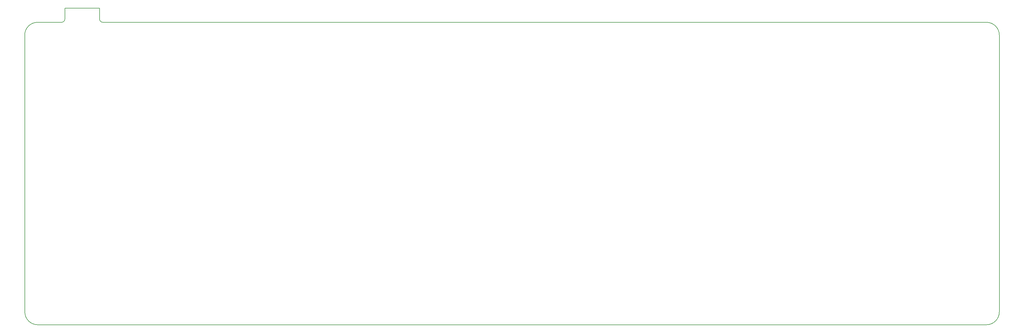
<source format=gm1>
G04 #@! TF.GenerationSoftware,KiCad,Pcbnew,(5.1.5)-3*
G04 #@! TF.CreationDate,2020-10-29T06:49:23-07:00*
G04 #@! TF.ProjectId,Voyager60,566f7961-6765-4723-9630-2e6b69636164,rev?*
G04 #@! TF.SameCoordinates,Original*
G04 #@! TF.FileFunction,Profile,NP*
%FSLAX46Y46*%
G04 Gerber Fmt 4.6, Leading zero omitted, Abs format (unit mm)*
G04 Created by KiCad (PCBNEW (5.1.5)-3) date 2020-10-29 06:49:23*
%MOMM*%
%LPD*%
G04 APERTURE LIST*
%ADD10C,0.200000*%
G04 APERTURE END LIST*
D10*
X325767500Y-27020000D02*
X325767499Y-113070000D01*
X35797499Y-22019999D02*
X35797500Y-18619999D01*
X46562500Y-18619999D02*
X46562501Y-22019999D01*
X23333923Y-27021485D02*
G75*
G02X27333924Y-23019998I4000000J1487D01*
G01*
X35797498Y-22019998D02*
G75*
G02X34797499Y-23019999I-1000000J-1D01*
G01*
X23366014Y-113071487D02*
X23333923Y-27021485D01*
X27366012Y-117069998D02*
G75*
G02X23366014Y-113071487I0J3999998D01*
G01*
X321767500Y-23020000D02*
G75*
G02X325767500Y-27020000I0J-4000000D01*
G01*
X35797500Y-18619999D02*
X46562500Y-18619999D01*
X47562501Y-23019999D02*
X321767500Y-23020000D01*
X325767499Y-113070000D02*
G75*
G02X321767500Y-117069999I-3999999J0D01*
G01*
X47562501Y-23019999D02*
G75*
G02X46562501Y-22019999I0J1000000D01*
G01*
X321767500Y-117069999D02*
X27366011Y-117069998D01*
X27333924Y-23019998D02*
X34797499Y-23019999D01*
M02*

</source>
